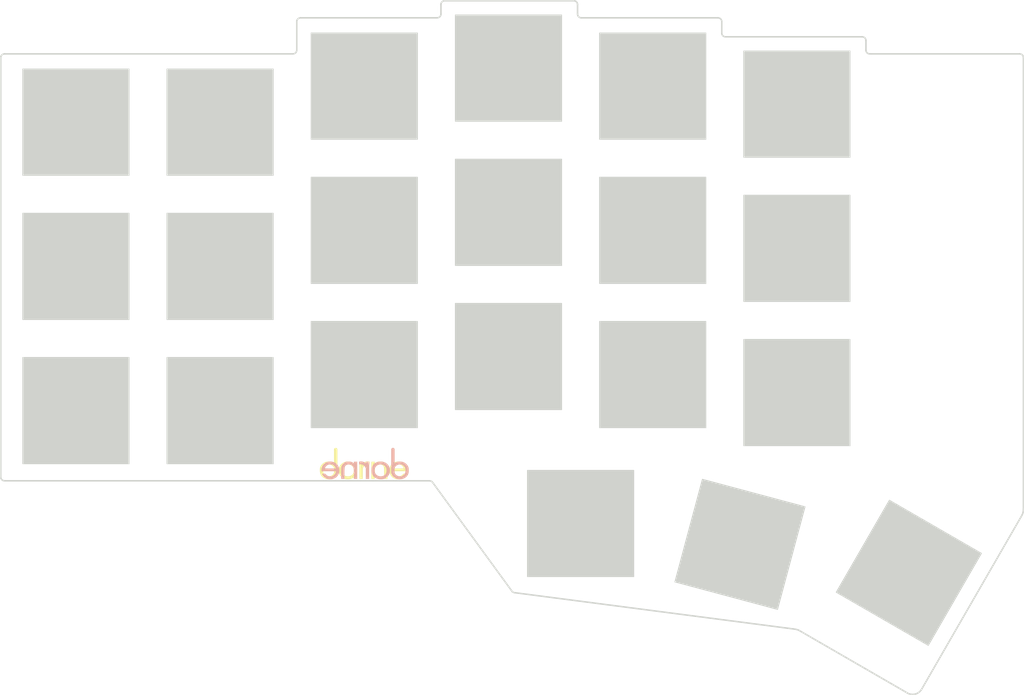
<source format=kicad_pcb>
(kicad_pcb (version 20211014) (generator pcbnew)
  (title_block (title "Dorne") (date "2020-09-28") (rev "3.0.1") (company "foostan/daveterra"))
  (layers (0 "F.Cu" signal) (31 "B.Cu" signal) (34 "B.Paste" user) (35 "F.Paste" user) (36 "B.SilkS" user "B.Silkscreen") (37 "F.SilkS" user "F.Silkscreen") (38 "B.Mask" user) (39 "F.Mask" user) (44 "Edge.Cuts" user))
  (net 0 "")
  (footprint "lib:top_cutout" (layer "F.Cu") (at 100.9 39)
    (fp_text reference "SW2" (at 0 -0.5 unlocked) (layer "F.SilkS"))
    (fp_text value "SW_PUSH")
    (fp_rect (start 7 7) (end -7 -7) (layer "Edge.Cuts") (width 0.12) (fill solid))
  )
  (footprint "lib:top_cutout" (layer "F.Cu") (at 119.9 34.25)
    (fp_text reference "SW3" (at 0 -0.5 unlocked) (layer "F.SilkS"))
    (fp_text value "SW_PUSH")
    (fp_rect (start 7 7) (end -7 -7) (layer "Edge.Cuts") (width 0.12) (fill solid))
  )
  (footprint "lib:top_cutout" (layer "F.Cu") (at 138.9 31.875)
    (fp_text reference "SW4" (at 0 -0.5 unlocked) (layer "F.SilkS"))
    (fp_text value "SW_PUSH")
    (fp_rect (start 7 7) (end -7 -7) (layer "Edge.Cuts") (width 0.12) (fill solid))
  )
  (footprint "lib:top_cutout" (layer "F.Cu") (at 157.9 34.25)
    (fp_text reference "SW5" (at 0 -0.5 unlocked) (layer "F.SilkS"))
    (fp_text value "SW_PUSH")
    (fp_rect (start 7 7) (end -7 -7) (layer "Edge.Cuts") (width 0.12) (fill solid))
  )
  (footprint "lib:top_cutout" (layer "F.Cu") (at 81.9 58)
    (fp_text reference "SW7" (at 0 -0.5 unlocked) (layer "F.SilkS"))
    (fp_text value "SW_PUSH")
    (fp_rect (start 7 7) (end -7 -7) (layer "Edge.Cuts") (width 0.12) (fill solid))
  )
  (footprint "lib:top_cutout" (layer "F.Cu") (at 100.9 58)
    (fp_text reference "SW8" (at 0 -0.5 unlocked) (layer "F.SilkS"))
    (fp_text value "SW_PUSH")
    (fp_rect (start 7 7) (end -7 -7) (layer "Edge.Cuts") (width 0.12) (fill solid))
  )
  (footprint "lib:top_cutout" (layer "F.Cu") (at 119.9 53.25)
    (fp_text reference "SW9" (at 0 -0.5 unlocked) (layer "F.SilkS"))
    (fp_text value "SW_PUSH")
    (fp_rect (start 7 7) (end -7 -7) (layer "Edge.Cuts") (width 0.12) (fill solid))
  )
  (footprint "lib:top_cutout" (layer "F.Cu") (at 138.9 50.875)
    (fp_text reference "SW10" (at 0 -0.5 unlocked) (layer "F.SilkS"))
    (fp_text value "SW_PUSH")
    (fp_rect (start 7 7) (end -7 -7) (layer "Edge.Cuts") (width 0.12) (fill solid))
  )
  (footprint "lib:top_cutout" (layer "F.Cu") (at 157.9 53.25)
    (fp_text reference "SW11" (at 0 -0.5 unlocked) (layer "F.SilkS"))
    (fp_text value "SW_PUSH")
    (fp_rect (start 7 7) (end -7 -7) (layer "Edge.Cuts") (width 0.12) (fill solid))
  )
  (footprint "lib:top_cutout" (layer "F.Cu") (at 176.9 55.625)
    (fp_text reference "SW12" (at 0 -0.5 unlocked) (layer "F.SilkS"))
    (fp_text value "SW_PUSH")
    (fp_rect (start 7 7) (end -7 -7) (layer "Edge.Cuts") (width 0.12) (fill solid))
  )
  (footprint "lib:top_cutout" (layer "F.Cu") (at 81.9 77)
    (fp_text reference "SW13" (at 0 -0.5 unlocked) (layer "F.SilkS"))
    (fp_text value "SW_PUSH")
    (fp_rect (start 7 7) (end -7 -7) (layer "Edge.Cuts") (width 0.12) (fill solid))
  )
  (footprint "lib:top_cutout" (layer "F.Cu") (at 100.9 77)
    (fp_text reference "SW14" (at 0 -0.5 unlocked) (layer "F.SilkS"))
    (fp_text value "SW_PUSH")
    (fp_rect (start 7 7) (end -7 -7) (layer "Edge.Cuts") (width 0.12) (fill solid))
  )
  (footprint "lib:top_cutout" (layer "F.Cu") (at 119.9 72.25)
    (fp_text reference "SW15" (at 0 -0.5 unlocked) (layer "F.SilkS"))
    (fp_text value "SW_PUSH")
    (fp_rect (start 7 7) (end -7 -7) (layer "Edge.Cuts") (width 0.12) (fill solid))
  )
  (footprint "lib:top_cutout" (layer "F.Cu") (at 138.9 69.875)
    (fp_text reference "SW16" (at 0 -0.5 unlocked) (layer "F.SilkS"))
    (fp_text value "SW_PUSH")
    (fp_rect (start 7 7) (end -7 -7) (layer "Edge.Cuts") (width 0.12) (fill solid))
  )
  (footprint "lib:top_cutout" (layer "F.Cu") (at 157.9 72.25)
    (fp_text reference "SW17" (at 0 -0.5 unlocked) (layer "F.SilkS"))
    (fp_text value "SW_PUSH")
    (fp_rect (start 7 7) (end -7 -7) (layer "Edge.Cuts") (width 0.12) (fill solid))
  )
  (footprint "lib:top_cutout" (layer "F.Cu") (at 176.9 74.625)
    (fp_text reference "SW18" (at 0 -0.5 unlocked) (layer "F.SilkS"))
    (fp_text value "SW_PUSH")
    (fp_rect (start 7 7) (end -7 -7) (layer "Edge.Cuts") (width 0.12) (fill solid))
  )
  (footprint "lib:top_cutout" (layer "F.Cu") (at 148.4 91.875)
    (fp_text reference "SW19" (at 0 -0.5 unlocked) (layer "F.SilkS"))
    (fp_text value "SW_PUSH")
    (fp_rect (start 7 7) (end -7 -7) (layer "Edge.Cuts") (width 0.12) (fill solid))
  )
  (footprint "lib:top_cutout" (layer "F.Cu") (at 169.4 94.625 -15)
    (fp_text reference "SW20" (at 0 -0.5 -15 unlocked) (layer "F.SilkS"))
    (fp_text value "SW_PUSH")
    (fp_rect (start 7 7) (end -7 -7) (layer "Edge.Cuts") (width 0.12) (fill solid))
  )
  (footprint "lib:top_cutout" (layer "F.Cu") (at 191.65 98.375 60)
    (fp_text reference "SW21" (at 0 -0.5 60 unlocked) (layer "F.SilkS"))
    (fp_text value "SW_PUSH")
    (fp_rect (start 7 7) (end -7 -7) (layer "Edge.Cuts") (width 0.12) (fill solid))
  )
  (footprint "lib:top_cutout" (layer "F.Cu") (at 81.9 39)
    (fp_text reference "SW1" (at 0 -0.5 unlocked) (layer "F.SilkS"))
    (fp_text value "SW_PUSH")
    (fp_rect (start 7 7) (end -7 -7) (layer "Edge.Cuts") (width 0.12) (fill solid))
  )
  (footprint "kbd:M2_HOLE_v2" (layer "F.Cu") (at 167.4 45)
    (fp_text reference "Ref**" hide)
    (fp_text value "Val**" hide)
    (pad "" np_thru_hole circle locked (at 0 0) (size 4.3 4.3) (drill 4.3) (layers *.Cu *.Mask))
  )
  (footprint "kbd:M2_HOLE_v2" (layer "F.Cu") (at 134.5 84.75)
    (fp_text reference "Ref**" hide)
    (fp_text value "Val**" hide)
    (pad "" np_thru_hole circle locked (at 0 0) (size 4.3 4.3) (drill 4.3) (layers *.Cu *.Mask))
  )
  (footprint "kbd:M2_HOLE_v2" (layer "F.Cu") (at 181 92)
    (fp_text reference "Ref**" hide)
    (fp_text value "Val**" hide)
    (pad "" np_thru_hole circle locked (at 0 0) (size 4.3 4.3) (drill 4.3) (layers *.Cu *.Mask))
  )
  (footprint "lib:top_cutout" (layer "F.Cu") (at 176.9 36.625)
    (fp_text reference "SW6" (at 0 -0.5 unlocked) (layer "F.SilkS"))
    (fp_text value "SW_PUSH")
    (fp_rect (start 7 7) (end -7 -7) (layer "Edge.Cuts") (width 0.12) (fill solid))
  )
  (footprint "kbd:M2_HOLE_v2" (layer "F.Cu") (at 91.4 48.5)
    (fp_text reference "Ref**" hide)
    (fp_text value "Val**" hide)
    (pad "" np_thru_hole circle locked (at 0 0) (size 4.3 4.3) (drill 4.3) (layers *.Cu *.Mask))
  )
  (footprint "kbd:M2_HOLE_v2" (layer "F.Cu") (at 190.25 77)
    (fp_text reference "Ref**" hide)
    (fp_text value "Val**" hide)
    (pad "" np_thru_hole circle locked (at 0 0) (size 4.3 4.3) (drill 4.3) (layers *.Cu *.Mask))
  )
  (footprint "lib:dorne-logo-horizontal" (layer "F.Cu") (at 119.902276 84.959903)
    (fp_text reference "G***" hide)
    (fp_text value "LOGO" hide)
    (fp_line (start -3.77 0.2) (end -3.77 -2.83) (layer "F.SilkS") (width 0.45))
    (fp_poly (pts (xy 2.201991 -1.231209) (xy 2.296075 -1.227549) (xy 2.36649 -1.218545) (xy 2.426801 -1.201819) (xy 2.49057 -1.174995) (xy 2.544751 -1.148829) (xy 2.715798 -1.040487) (xy 2.849048 -0.901327) (xy 2.946379 -0.728622) (xy 3.009668 -0.519646) (xy 3.021075 -0.4572) (xy 3.028364 -0.38623) (xy 3.034903 -0.273475) (xy 3.040403 -0.127951) (xy 3.044574 0.04133) (xy 3.047127 0.225353) (xy 3.047808 0.37465) (xy 3.048 1.0414) (xy 2.6162 1.0414) (xy 2.6162 0.32211) (xy 2.615593 0.093457) (xy 2.6136 -0.090242) (xy 2.609963 -0.234823) (xy 2.604422 -0.346118) (xy 2.596719 -0.429963) (xy 2.586595 -0.492191) (xy 2.578697 -0.523466) (xy 2.513937 -0.661693) (xy 2.41303 -0.764894) (xy 2.277603 -0.832016) (xy 2.10928 -0.862001) (xy 2.054812 -0.8636) (xy 1.892341 -0.853183) (xy 1.762362 -0.818306) (xy 1.650264 -0.753528) (xy 1.57036 -0.683274) (xy 1.516173 -0.626269) (xy 1.472791 -0.570499) (xy 1.439023 -0.509635) (xy 1.413679 -0.437348) (xy 1.395567 -0.347311) (xy 1.383496 -0.233195) (xy 1.376277 -0.088673) (xy 1.372717 0.092585) (xy 1.371626 0.316907) (xy 1.3716 0.37291) (xy 1.3716 1.0414) (xy 0.9398 1.0414) (xy 0.9398 -1.2192) (xy 1.3716 -1.2192) (xy 1.3716 -0.961293) (xy 1.453864 -1.043558) (xy 1.540252 -1.119164) (xy 1.630955 -1.172431) (xy 1.736978 -1.206718) (xy 1.869324 -1.225384) (xy 2.038995 -1.231789) (xy 2.070674 -1.2319) (xy 2.201991 -1.231209)) (layer "F.SilkS") (width 0.01) (fill solid))
    (fp_poly (pts (xy -2.057514 -1.23816) (xy -1.80406 -1.202889) (xy -1.575975 -1.126193) (xy -1.376325 -1.010135) (xy -1.208175 -0.856778) (xy -1.074592 -0.668184) (xy -1.010044 -0.5334) (xy -0.978482 -0.419295) (xy -0.958215 -0.271629) (xy -0.94947 -0.10642) (xy -0.952475 0.060313) (xy -0.967457 0.212551) (xy -0.994644 0.334275) (xy -0.997595 0.3429) (xy -1.093981 0.540172) (xy -1.233225 0.716574) (xy -1.409821 0.866769) (xy -1.618259 0.985421) (xy -1.69316 1.01677) (xy -1.825179 1.053019) (xy -1.988165 1.076467) (xy -2.163719 1.086287) (xy -2.33344 1.08165) (xy -2.478926 1.061729) (xy -2.511747 1.053599) (xy -2.725647 0.971401) (xy -2.920379 0.853093) (xy -3.087345 0.705635) (xy -3.217944 0.535986) (xy -3.268818 0.440895) (xy -3.307163 0.338102) (xy -3.341349 0.213876) (xy -3.361401 0.110628) (xy -3.368752 -0.030776) (xy -2.944426 -0.030776) (xy -2.930091 0.116866) (xy -2.909959 0.198207) (xy -2.856706 0.310941) (xy -2.776305 0.426333) (xy -2.682322 0.527702) (xy -2.588326 0.598365) (xy -2.581542 0.60202) (xy -2.384802 0.678118) (xy -2.179811 0.708463) (xy -1.976396 0.692243) (xy -1.863836 0.661468) (xy -1.686556 0.574347) (xy -1.54209 0.450677) (xy -1.434913 0.294341) (xy -1.43048 0.285466) (xy -1.37749 0.129401) (xy -1.355507 -0.047702) (xy -1.364861 -0.226983) (xy -1.405879 -0.389579) (xy -1.418211 -0.4191) (xy -1.515542 -0.578094) (xy -1.643239 -0.702908) (xy -1.793936 -0.793377) (xy -1.960264 -0.849334) (xy -2.134858 -0.870614) (xy -2.310351 -0.857051) (xy -2.479376 -0.808478) (xy -2.634566 -0.72473) (xy -2.768555 -0.60564) (xy -2.873535 -0.451899) (xy -2.915081 -0.334193) (xy -2.939067 -0.187474) (xy -2.944426 -0.030776) (xy -3.368752 -0.030776) (xy -3.374262 -0.136764) (xy -3.34185 -0.371307) (xy -3.26665 -0.587948) (xy -3.151143 -0.781635) (xy -2.997813 -0.947313) (xy -2.80914 -1.079931) (xy -2.765081 -1.103197) (xy -2.590795 -1.177947) (xy -2.41947 -1.222719) (xy -2.233595 -1.240853) (xy -2.057514 -1.23816)) (layer "F.SilkS") (width 0.01) (fill solid))
    (fp_poly (pts (xy -4.440451 -1.224012) (xy -4.325752 -1.197898) (xy -4.10465 -1.107361) (xy -3.913207 -0.980964) (xy -3.756278 -0.823012) (xy -3.638718 -0.637812) (xy -3.604063 -0.557746) (xy -3.570036 -0.464269) (xy -3.558417 -0.405239) (xy -3.575702 -0.372739) (xy -3.628388 -0.358851) (xy -3.722971 -0.355657) (xy -3.769931 -0.3556) (xy -3.983861 -0.355601) (xy -4.014767 -0.449246) (xy -4.081357 -0.575106) (xy -4.187862 -0.686497) (xy -4.324037 -0.776988) (xy -4.479636 -0.840146) (xy -4.644415 -0.869539) (xy -4.686301 -0.870858) (xy -4.868631 -0.84809) (xy -5.038935 -0.783779) (xy -5.188484 -0.683911) (xy -5.308547 -0.554474) (xy -5.390395 -0.401453) (xy -5.396593 -0.383733) (xy -5.430144 -0.225076) (xy -5.435927 -0.049598) (xy -5.415241 0.124327) (xy -5.369387 0.278322) (xy -5.346325 0.326531) (xy -5.240596 0.477138) (xy -5.105721 0.589303) (xy -4.958398 0.660915) (xy -4.779711 0.703926) (xy -4.600241 0.703773) (xy -4.428428 0.663785) (xy -4.27271 0.587291) (xy -4.141526 0.477622) (xy -4.043316 0.338106) (xy -4.021733 0.291389) (xy -3.9751 0.17799) (xy -3.76555 0.177895) (xy -3.662832 0.178561) (xy -3.600716 0.18262) (xy -3.569005 0.192992) (xy -3.557503 0.212594) (xy -3.556 0.237887) (xy -3.571525 0.312902) (xy -3.613076 0.412781) (xy -3.673122 0.524252) (xy -3.744131 0.634041) (xy -3.818571 0.728876) (xy -3.857462 0.769119) (xy -4.037236 0.904131) (xy -4.246093 1.004811) (xy -4.47294 1.067913) (xy -4.706682 1.090194) (xy -4.9022 1.074664) (xy -5.095413 1.023943) (xy -5.283049 0.940877) (xy -5.45274 0.83286) (xy -5.592117 0.707289) (xy -5.659011 0.622165) (xy -5.74034 0.487841) (xy -5.79623 0.362887) (xy -5.830809 0.232138) (xy -5.848207 0.08043) (xy -5.852586 -0.0889) (xy -5.851081 -0.229806) (xy -5.845379 -0.333812) (xy -5.833702 -0.414764) (xy -5.81427 -0.486506) (xy -5.794649 -0.539803) (xy -5.689003 -0.739457) (xy -5.542738 -0.915974) (xy -5.363624 -1.061684) (xy -5.159431 -1.168915) (xy -5.1562 -1.170198) (xy -5.000217 -1.214086) (xy -4.816245 -1.238108) (xy -4.623313 -1.241628) (xy -4.440451 -1.224012)) (layer "F.SilkS") (width 0.01) (fill solid))
    (fp_poly (pts (xy 0.539737 -1.254564) (xy 0.6858 -1.238039) (xy 0.6858 -0.867271) (xy 0.55245 -0.880932) (xy 0.368351 -0.875861) (xy 0.198952 -0.824078) (xy 0.050381 -0.728944) (xy -0.071234 -0.593821) (xy -0.120111 -0.512131) (xy -0.2032 -0.351162) (xy -0.2032 1.0414) (xy -0.635 1.0414) (xy -0.635 -1.221255) (xy -0.42545 -1.213878) (xy -0.2159 -1.2065) (xy -0.1905 -0.984642) (xy -0.139731 -1.041054) (xy -0.021554 -1.137643) (xy 0.130298 -1.208733) (xy 0.303542 -1.250464) (xy 0.48589 -1.258975) (xy 0.539737 -1.254564)) (layer "F.SilkS") (width 0.01) (fill solid))
    (fp_poly (pts (xy 4.73403 -1.221594) (xy 4.956394 -1.155295) (xy 5.154633 -1.049787) (xy 5.324579 -0.909153) (xy 5.462059 -0.737476) (xy 5.562904 -0.538838) (xy 5.622943 -0.317322) (xy 5.6388 -0.121664) (xy 5.6388 0.0254) (xy 3.7338 0.0254) (xy 3.7338 0.098498) (xy 3.756717 0.221649) (xy 3.820155 0.349172) (xy 3.916143 0.470298) (xy 4.036711 0.574256) (xy 4.125888 0.628239) (xy 4.261742 0.679647) (xy 4.422404 0.704683) (xy 4.435372 0.705596) (xy 4.617629 0.703127) (xy 4.771303 0.666329) (xy 4.908995 0.590614) (xy 5.023693 0.491419) (xy 5.159513 0.3556) (xy 5.362768 0.3556) (xy 5.463311 0.356246) (xy 5.522533 0.360122) (xy 5.54991 0.370133) (xy 5.554919 0.389182) (xy 5.54923 0.41275) (xy 5.510917 0.498398) (xy 5.445999 0.601086) (xy 5.366274 0.704606) (xy 5.283544 0.792746) (xy 5.253357 0.819173) (xy 5.05449 0.948773) (xy 4.831802 1.038237) (xy 4.595096 1.085509) (xy 4.354173 1.088535) (xy 4.142857 1.052004) (xy 3.921745 0.967879) (xy 3.726925 0.844023) (xy 3.563325 0.685554) (xy 3.435874 0.49759) (xy 3.349501 0.285249) (xy 3.330344 0.208299) (xy 3.299808 -0.041758) (xy 3.313541 -0.281339) (xy 3.325722 -0.3302) (xy 3.735057 -0.3302) (xy 4.458328 -0.3302) (xy 4.670914 -0.330472) (xy 4.837999 -0.331479) (xy 4.964879 -0.333506) (xy 5.056851 -0.336842) (xy 5.119212 -0.341771) (xy 5.157259 -0.34858) (xy 5.176288 -0.357556) (xy 5.181597 -0.368986) (xy 5.1816 -0.369312) (xy 5.161223 -0.451242) (xy 5.106525 -0.546827) (xy 5.027152 -0.644278) (xy 4.932748 -0.731805) (xy 4.832961 -0.797617) (xy 4.829903 -0.799174) (xy 4.690847 -0.846723) (xy 4.526733 -0.867986) (xy 4.355928 -0.86304) (xy 4.196798 -0.831961) (xy 4.10506 -0.796156) (xy 3.958526 -0.694514) (xy 3.839649 -0.553203) (xy 3.759265 -0.393873) (xy 3.735057 -0.3302) (xy 3.325722 -0.3302) (xy 3.369367 -0.505265) (xy 3.465106 -0.708357) (xy 3.598579 -0.885437) (xy 3.767608 -1.031328) (xy 3.880499 -1.099311) (xy 4.075103 -1.183254) (xy 4.272426 -1.230099) (xy 4.491713 -1.2446) (xy 4.73403 -1.221594)) (layer "F.SilkS") (width 0.01) (fill solid))
  )
  (footprint "kbd:M2_HOLE_v2" (layer "F.Cu") (at 91.4 67.5)
    (fp_text reference "Ref**" hide)
    (fp_text value "Val**" hide)
    (pad "" np_thru_hole circle locked (at 0 0) (size 4.3 4.3) (drill 4.3) (layers *.Cu *.Mask))
  )
  (footprint "lib:dorne-logo-horizontal" (layer "B.Cu") (at 119.902276 84.96 180)
    (fp_text reference "G***" hide)
    (fp_text value "LOGO" hide)
    (fp_line (start -3.77 -0.2) (end -3.77 2.83) (layer "B.SilkS") (width 0.45))
    (fp_poly (pts (xy 4.73403 1.221594) (xy 4.956394 1.155295) (xy 5.154633 1.049787) (xy 5.324579 0.909153) (xy 5.462059 0.737476) (xy 5.562904 0.538838) (xy 5.622943 0.317322) (xy 5.6388 0.121664) (xy 5.6388 -0.0254) (xy 3.7338 -0.0254) (xy 3.7338 -0.098498) (xy 3.756717 -0.221649) (xy 3.820155 -0.349172) (xy 3.916143 -0.470298) (xy 4.036711 -0.574256) (xy 4.125888 -0.628239) (xy 4.261742 -0.679647) (xy 4.422404 -0.704683) (xy 4.435372 -0.705596) (xy 4.617629 -0.703127) (xy 4.771303 -0.666329) (xy 4.908995 -0.590614) (xy 5.023693 -0.491419) (xy 5.159513 -0.3556) (xy 5.362768 -0.3556) (xy 5.463311 -0.356246) (xy 5.522533 -0.360122) (xy 5.54991 -0.370133) (xy 5.554919 -0.389182) (xy 5.54923 -0.41275) (xy 5.510917 -0.498398) (xy 5.445999 -0.601086) (xy 5.366274 -0.704606) (xy 5.283544 -0.792746) (xy 5.253357 -0.819173) (xy 5.05449 -0.948773) (xy 4.831802 -1.038237) (xy 4.595096 -1.085509) (xy 4.354173 -1.088535) (xy 4.142857 -1.052004) (xy 3.921745 -0.967879) (xy 3.726925 -0.844023) (xy 3.563325 -0.685554) (xy 3.435874 -0.49759) (xy 3.349501 -0.285249) (xy 3.330344 -0.208299) (xy 3.299808 0.041758) (xy 3.313541 0.281339) (xy 3.325722 0.3302) (xy 3.735057 0.3302) (xy 4.458328 0.3302) (xy 4.670914 0.330472) (xy 4.837999 0.331479) (xy 4.964879 0.333506) (xy 5.056851 0.336842) (xy 5.119212 0.341771) (xy 5.157259 0.34858) (xy 5.176288 0.357556) (xy 5.181597 0.368986) (xy 5.1816 0.369312) (xy 5.161223 0.451242) (xy 5.106525 0.546827) (xy 5.027152 0.644278) (xy 4.932748 0.731805) (xy 4.832961 0.797617) (xy 4.829903 0.799174) (xy 4.690847 0.846723) (xy 4.526733 0.867986) (xy 4.355928 0.86304) (xy 4.196798 0.831961) (xy 4.10506 0.796156) (xy 3.958526 0.694514) (xy 3.839649 0.553203) (xy 3.759265 0.393873) (xy 3.735057 0.3302) (xy 3.325722 0.3302) (xy 3.369367 0.505265) (xy 3.465106 0.708357) (xy 3.598579 0.885437) (xy 3.767608 1.031328) (xy 3.880499 1.099311) (xy 4.075103 1.183254) (xy 4.272426 1.230099) (xy 4.491713 1.2446) (xy 4.73403 1.221594)) (layer "B.SilkS") (width 0.01) (fill solid))
    (fp_poly (pts (xy 0.539737 1.254564) (xy 0.6858 1.238039) (xy 0.6858 0.867271) (xy 0.55245 0.880932) (xy 0.368351 0.875861) (xy 0.198952 0.824078) (xy 0.050381 0.728944) (xy -0.071234 0.593821) (xy -0.120111 0.512131) (xy -0.2032 0.351162) (xy -0.2032 -1.0414) (xy -0.635 -1.0414) (xy -0.635 1.221255) (xy -0.42545 1.213878) (xy -0.2159 1.2065) (xy -0.1905 0.984642) (xy -0.139731 1.041054) (xy -0.021554 1.137643) (xy 0.130298 1.208733) (xy 0.303542 1.250464) (xy 0.48589 1.258975) (xy 0.539737 1.254564)) (layer "B.SilkS") (width 0.01) (fill solid))
    (fp_poly (pts (xy 2.201991 1.231209) (xy 2.296075 1.227549) (xy 2.36649 1.218545) (xy 2.426801 1.201819) (xy 2.49057 1.174995) (xy 2.544751 1.148829) (xy 2.715798 1.040487) (xy 2.849048 0.901327) (xy 2.946379 0.728622) (xy 3.009668 0.519646) (xy 3.021075 0.4572) (xy 3.028364 0.38623) (xy 3.034903 0.273475) (xy 3.040403 0.127951) (xy 3.044574 -0.04133) (xy 3.047127 -0.225353) (xy 3.047808 -0.37465) (xy 3.048 -1.0414) (xy 2.6162 -1.0414) (xy 2.6162 -0.32211) (xy 2.615593 -0.093457) (xy 2.6136 0.090242) (xy 2.609963 0.234823) (xy 2.604422 0.346118) (xy 2.596719 0.429963) (xy 2.586595 0.492191) (xy 2.578697 0.523466) (xy 2.513937 0.661693) (xy 2.41303 0.764894) (xy 2.277603 0.832016) (xy 2.10928 0.862001) (xy 2.054812 0.8636) (xy 1.892341 0.853183) (xy 1.762362 0.818306) (xy 1.650264 0.753528) (xy 1.57036 0.683274) (xy 1.516173 0.626269) (xy 1.472791 0.570499) (xy 1.439023 0.509635) (xy 1.413679 0.437348) (xy 1.395567 0.347311) (xy 1.383496 0.233195) (xy 1.376277 0.088673) (xy 1.372717 -0.092585) (xy 1.371626 -0.316907) (xy 1.3716 -0.37291) (xy 1.3716 -1.0414) (xy 0.9398 -1.0414) (xy 0.9398 1.2192) (xy 1.3716 1.2192) (xy 1.3716 0.961293) (xy 1.453864 1.043558) (xy 1.540252 1.119164) (xy 1.630955 1.172431) (xy 1.736978 1.206718) (xy 1.869324 1.225384) (xy 2.038995 1.231789) (xy 2.070674 1.2319) (xy 2.201991 1.231209)) (layer "B.SilkS") (width 0.01) (fill solid))
    (fp_poly (pts (xy -2.057514 1.23816) (xy -1.80406 1.202889) (xy -1.575975 1.126193) (xy -1.376325 1.010135) (xy -1.208175 0.856778) (xy -1.074592 0.668184) (xy -1.010044 0.5334) (xy -0.978482 0.419295) (xy -0.958215 0.271629) (xy -0.94947 0.10642) (xy -0.952475 -0.060313) (xy -0.967457 -0.212551) (xy -0.994644 -0.334275) (xy -0.997595 -0.3429) (xy -1.093981 -0.540172) (xy -1.233225 -0.716574) (xy -1.409821 -0.866769) (xy -1.618259 -0.985421) (xy -1.69316 -1.01677) (xy -1.825179 -1.053019) (xy -1.988165 -1.076467) (xy -2.163719 -1.086287) (xy -2.33344 -1.08165) (xy -2.478926 -1.061729) (xy -2.511747 -1.053599) (xy -2.725647 -0.971401) (xy -2.920379 -0.853093) (xy -3.087345 -0.705635) (xy -3.217944 -0.535986) (xy -3.268818 -0.440895) (xy -3.307163 -0.338102) (xy -3.341349 -0.213876) (xy -3.361401 -0.110628) (xy -3.368752 0.030776) (xy -2.944426 0.030776) (xy -2.930091 -0.116866) (xy -2.909959 -0.198207) (xy -2.856706 -0.310941) (xy -2.776305 -0.426333) (xy -2.682322 -0.527702) (xy -2.588326 -0.598365) (xy -2.581542 -0.60202) (xy -2.384802 -0.678118) (xy -2.179811 -0.708463) (xy -1.976396 -0.692243) (xy -1.863836 -0.661468) (xy -1.686556 -0.574347) (xy -1.54209 -0.450677) (xy -1.434913 -0.294341) (xy -1.43048 -0.285466) (xy -1.37749 -0.129401) (xy -1.355507 0.047702) (xy -1.364861 0.226983) (xy -1.405879 0.389579) (xy -1.418211 0.4191) (xy -1.515542 0.578094) (xy -1.643239 0.702908) (xy -1.793936 0.793377) (xy -1.960264 0.849334) (xy -2.134858 0.870614) (xy -2.310351 0.857051) (xy -2.479376 0.808478) (xy -2.634566 0.72473) (xy -2.768555 0.60564) (xy -2.873535 0.451899) (xy -2.915081 0.334193) (xy -2.939067 0.187474) (xy -2.944426 0.030776) (xy -3.368752 0.030776) (xy -3.374262 0.136764) (xy -3.34185 0.371307) (xy -3.26665 0.587948) (xy -3.151143 0.781635) (xy -2.997813 0.947313) (xy -2.80914 1.079931) (xy -2.765081 1.103197) (xy -2.590795 1.177947) (xy -2.41947 1.222719) (xy -2.233595 1.240853) (xy -2.057514 1.23816)) (layer "B.SilkS") (width 0.01) (fill solid))
    (fp_poly (pts (xy -4.440451 1.224012) (xy -4.325752 1.197898) (xy -4.10465 1.107361) (xy -3.913207 0.980964) (xy -3.756278 0.823012) (xy -3.638718 0.637812) (xy -3.604063 0.557746) (xy -3.570036 0.464269) (xy -3.558417 0.405239) (xy -3.575702 0.372739) (xy -3.628388 0.358851) (xy -3.722971 0.355657) (xy -3.769931 0.3556) (xy -3.983861 0.355601) (xy -4.014767 0.449246) (xy -4.081357 0.575106) (xy -4.187862 0.686497) (xy -4.324037 0.776988) (xy -4.479636 0.840146) (xy -4.644415 0.869539) (xy -4.686301 0.870858) (xy -4.868631 0.84809) (xy -5.038935 0.783779) (xy -5.188484 0.683911) (xy -5.308547 0.554474) (xy -5.390395 0.401453) (xy -5.396593 0.383733) (xy -5.430144 0.225076) (xy -5.435927 0.049598) (xy -5.415241 -0.124327) (xy -5.369387 -0.278322) (xy -5.346325 -0.326531) (xy -5.240596 -0.477138) (xy -5.105721 -0.589303) (xy -4.958398 -0.660915) (xy -4.779711 -0.703926) (xy -4.600241 -0.703773) (xy -4.428428 -0.663785) (xy -4.27271 -0.587291) (xy -4.141526 -0.477622) (xy -4.043316 -0.338106) (xy -4.021733 -0.291389) (xy -3.9751 -0.17799) (xy -3.76555 -0.177895) (xy -3.662832 -0.178561) (xy -3.600716 -0.18262) (xy -3.569005 -0.192992) (xy -3.557503 -0.212594) (xy -3.556 -0.237887) (xy -3.571525 -0.312902) (xy -3.613076 -0.412781) (xy -3.673122 -0.524252) (xy -3.744131 -0.634041) (xy -3.818571 -0.728876) (xy -3.857462 -0.769119) (xy -4.037236 -0.904131) (xy -4.246093 -1.004811) (xy -4.47294 -1.067913) (xy -4.706682 -1.090194) (xy -4.9022 -1.074664) (xy -5.095413 -1.023943) (xy -5.283049 -0.940877) (xy -5.45274 -0.83286) (xy -5.592117 -0.707289) (xy -5.659011 -0.622165) (xy -5.74034 -0.487841) (xy -5.79623 -0.362887) (xy -5.830809 -0.232138) (xy -5.848207 -0.08043) (xy -5.852586 0.0889) (xy -5.851081 0.229806) (xy -5.845379 0.333812) (xy -5.833702 0.414764) (xy -5.81427 0.486506) (xy -5.794649 0.539803) (xy -5.689003 0.739457) (xy -5.542738 0.915974) (xy -5.363624 1.061684) (xy -5.159431 1.168915) (xy -5.1562 1.170198) (xy -5.000217 1.214086) (xy -4.816245 1.238108) (xy -4.623313 1.241628) (xy -4.440451 1.224012)) (layer "B.SilkS") (width 0.01) (fill solid))
  )
  (gr_line (start 128.501743 86.25) (end 72.5 86.25) (layer "Edge.Cuts") (width 0.2))
  (gr_line (start 148.5 25.25) (end 166.5 25.25) (layer "Edge.Cuts") (width 0.2))
  (gr_line (start 128.855309 86.396328) (end 139.398333 100.853488) (layer "Edge.Cuts") (width 0.2))
  (gr_curve (pts (xy 191.370987 114.160783) (xy 192.006086 114.588852) (xy 192.867939 114.421013) (xy 193.296008 113.785925)) (layer "Edge.Cuts") (width 0.2))
  (gr_curve (pts (xy 193.296008 113.785925) (xy 193.29704 113.784387) (xy 193.298072 113.782849) (xy 193.299104 113.781311)) (layer "Edge.Cuts") (width 0.2))
  (gr_line (start 193.299104 113.781311) (end 206.523425 90.847416) (layer "Edge.Cuts") (width 0.2))
  (gr_curve (pts (xy 147.501937 22.999767) (xy 147.501937 22.999767) (xy 147.501937 22.999767) (xy 147.501937 22.999767)) (layer "Edge.Cuts") (width 0.2))
  (gr_line (start 206.25 30) (end 186.5 30) (layer "Edge.Cuts") (width 0.2))
  (gr_line (start 129.5 25.25) (end 111.5 25.25) (layer "Edge.Cuts") (width 0.2))
  (gr_line (start 111 25.75) (end 111 29.5) (layer "Edge.Cuts") (width 0.2))
  (gr_line (start 177.076904 105.899699) (end 191.370987 114.160783) (layer "Edge.Cuts") (width 0.2))
  (gr_line (start 147.5 23) (end 130.5 23) (layer "Edge.Cuts") (width 0.2))
  (gr_line (start 185.5 27.75) (end 167.5 27.75) (layer "Edge.Cuts") (width 0.2))
  (gr_curve (pts (xy 206.523425 90.847416) (xy 206.676162 90.582284) (xy 206.754604 90.280877) (xy 206.75 89.972644)) (layer "Edge.Cuts") (width 0.2))
  (gr_curve (pts (xy 139.398333 100.853488) (xy 139.492124 100.9472) (xy 139.619303 100.999825) (xy 139.751894 100.999779)) (layer "Edge.Cuts") (width 0.2))
  (gr_curve (pts (xy 177.076904 105.899699) (xy 176.863474 105.835256) (xy 176.644241 105.791868) (xy 176.422348 105.770159)) (layer "Edge.Cuts") (width 0.2))
  (gr_line (start 176.422348 105.770159) (end 139.751894 100.999779) (layer "Edge.Cuts") (width 0.2))
  (gr_line (start 72 85.75) (end 72 30.5) (layer "Edge.Cuts") (width 0.2))
  (gr_line (start 206.75 30.5) (end 206.75 89.972644) (layer "Edge.Cuts") (width 0.2))
  (gr_arc (start 206.25 30) (mid 206.604705 30.145295) (end 206.75 30.5) (layer "Edge.Cuts") (width 0.2))
  (gr_arc (start 186.5 30) (mid 186.145295 29.854705) (end 186 29.5) (layer "Edge.Cuts") (width 0.2))
  (gr_arc (start 147.5 23) (mid 147.854705 23.145295) (end 148 23.5) (layer "Edge.Cuts") (width 0.2))
  (gr_curve (pts (xy 128.857585 86.401425) (xy 128.763833 86.307842) (xy 128.636645 86.255127) (xy 128.504019 86.255097)) (layer "Edge.Cuts") (width 0.2))
  (gr_arc (start 130 23.5) (mid 130.145295 23.145295) (end 130.5 23) (layer "Edge.Cuts") (width 0.2))
  (gr_arc (start 72 30.5) (mid 72.145295 30.145295) (end 72.5 30) (layer "Edge.Cuts") (width 0.2))
  (gr_arc (start 130 24.75) (mid 129.854705 25.104705) (end 129.5 25.25) (layer "Edge.Cuts") (width 0.2))
  (gr_arc (start 111 25.75) (mid 111.145295 25.395295) (end 111.5 25.25) (layer "Edge.Cuts") (width 0.2))
  (gr_arc (start 72.5 86.25) (mid 72.145295 86.104705) (end 72 85.75) (layer "Edge.Cuts") (width 0.2))
  (gr_arc (start 166.5 25.25) (mid 166.854705 25.395295) (end 167 25.75) (layer "Edge.Cuts") (width 0.2))
  (gr_arc (start 111 29.5) (mid 110.854705 29.854705) (end 110.5 30) (layer "Edge.Cuts") (width 0.2))
  (gr_arc (start 167.5 27.75) (mid 167.145295 27.604705) (end 167 27.25) (layer "Edge.Cuts") (width 0.2))
  (gr_arc (start 148.5 25.25) (mid 148.145295 25.104705) (end 148 24.75) (layer "Edge.Cuts") (width 0.2))
  (gr_arc (start 185.5 27.75) (mid 185.854705 27.895295) (end 186 28.25) (layer "Edge.Cuts") (width 0.2))
  (gr_line (start 110.5 30) (end 72.5 30) (layer "Edge.Cuts") (width 0.2))
  (gr_line (start 167 25.75) (end 167 27.25) (layer "Edge.Cuts") (width 0.2))
  (gr_line (start 148 23.5) (end 148 24.75) (layer "Edge.Cuts") (width 0.2))
  (gr_line (start 186 28.25) (end 186 29.5) (layer "Edge.Cuts") (width 0.2))
  (gr_line (start 130 23.5) (end 130 24.75) (layer "Edge.Cuts") (width 0.2))
)
</source>
